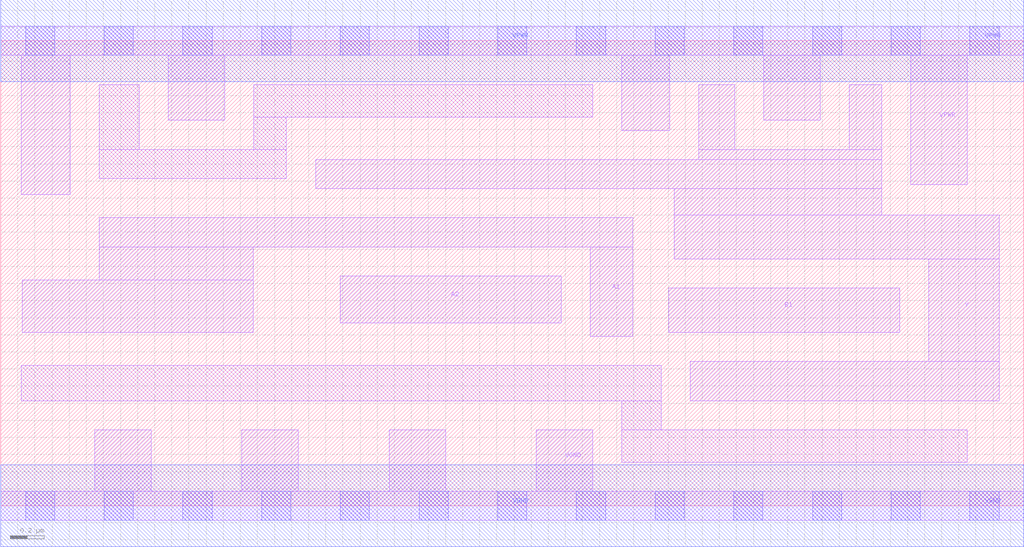
<source format=lef>
# Copyright 2020 The SkyWater PDK Authors
#
# Licensed under the Apache License, Version 2.0 (the "License");
# you may not use this file except in compliance with the License.
# You may obtain a copy of the License at
#
#     https://www.apache.org/licenses/LICENSE-2.0
#
# Unless required by applicable law or agreed to in writing, software
# distributed under the License is distributed on an "AS IS" BASIS,
# WITHOUT WARRANTIES OR CONDITIONS OF ANY KIND, either express or implied.
# See the License for the specific language governing permissions and
# limitations under the License.
#
# SPDX-License-Identifier: Apache-2.0

VERSION 5.7 ;
  NAMESCASESENSITIVE ON ;
  NOWIREEXTENSIONATPIN ON ;
  DIVIDERCHAR "/" ;
  BUSBITCHARS "[]" ;
UNITS
  DATABASE MICRONS 200 ;
END UNITS
MACRO sky130_fd_sc_hd__o21ai_4
  CLASS CORE ;
  SOURCE USER ;
  FOREIGN sky130_fd_sc_hd__o21ai_4 ;
  ORIGIN  0.000000  0.000000 ;
  SIZE  5.980000 BY  2.720000 ;
  SYMMETRY X Y R90 ;
  SITE unithd ;
  PIN A1
    ANTENNAGATEAREA  0.990000 ;
    DIRECTION INPUT ;
    USE SIGNAL ;
    PORT
      LAYER li1 ;
        RECT 0.125000 1.015000 1.475000 1.320000 ;
        RECT 0.575000 1.320000 1.475000 1.515000 ;
        RECT 0.575000 1.515000 3.695000 1.685000 ;
        RECT 3.445000 0.990000 3.695000 1.515000 ;
    END
  END A1
  PIN A2
    ANTENNAGATEAREA  0.990000 ;
    DIRECTION INPUT ;
    USE SIGNAL ;
    PORT
      LAYER li1 ;
        RECT 1.985000 1.070000 3.275000 1.345000 ;
    END
  END A2
  PIN B1
    ANTENNAGATEAREA  0.990000 ;
    DIRECTION INPUT ;
    USE SIGNAL ;
    PORT
      LAYER li1 ;
        RECT 3.905000 1.015000 5.255000 1.275000 ;
    END
  END B1
  PIN Y
    ANTENNADIFFAREA  1.484000 ;
    DIRECTION OUTPUT ;
    USE SIGNAL ;
    PORT
      LAYER li1 ;
        RECT 1.840000 1.855000 5.150000 2.025000 ;
        RECT 3.935000 1.445000 5.835000 1.700000 ;
        RECT 3.935000 1.700000 5.150000 1.855000 ;
        RECT 4.030000 0.615000 5.835000 0.845000 ;
        RECT 4.080000 2.025000 5.150000 2.085000 ;
        RECT 4.080000 2.085000 4.290000 2.465000 ;
        RECT 4.960000 2.085000 5.150000 2.465000 ;
        RECT 5.425000 0.845000 5.835000 1.445000 ;
    END
  END Y
  PIN VGND
    DIRECTION INOUT ;
    SHAPE ABUTMENT ;
    USE GROUND ;
    PORT
      LAYER li1 ;
        RECT 0.000000 -0.085000 5.980000 0.085000 ;
        RECT 0.550000  0.085000 0.880000 0.445000 ;
        RECT 1.410000  0.085000 1.740000 0.445000 ;
        RECT 2.270000  0.085000 2.600000 0.445000 ;
        RECT 3.130000  0.085000 3.460000 0.445000 ;
      LAYER mcon ;
        RECT 0.145000 -0.085000 0.315000 0.085000 ;
        RECT 0.605000 -0.085000 0.775000 0.085000 ;
        RECT 1.065000 -0.085000 1.235000 0.085000 ;
        RECT 1.525000 -0.085000 1.695000 0.085000 ;
        RECT 1.985000 -0.085000 2.155000 0.085000 ;
        RECT 2.445000 -0.085000 2.615000 0.085000 ;
        RECT 2.905000 -0.085000 3.075000 0.085000 ;
        RECT 3.365000 -0.085000 3.535000 0.085000 ;
        RECT 3.825000 -0.085000 3.995000 0.085000 ;
        RECT 4.285000 -0.085000 4.455000 0.085000 ;
        RECT 4.745000 -0.085000 4.915000 0.085000 ;
        RECT 5.205000 -0.085000 5.375000 0.085000 ;
        RECT 5.665000 -0.085000 5.835000 0.085000 ;
      LAYER met1 ;
        RECT 0.000000 -0.240000 5.980000 0.240000 ;
    END
  END VGND
  PIN VPWR
    DIRECTION INOUT ;
    SHAPE ABUTMENT ;
    USE POWER ;
    PORT
      LAYER li1 ;
        RECT 0.000000 2.635000 5.980000 2.805000 ;
        RECT 0.120000 1.820000 0.405000 2.635000 ;
        RECT 0.980000 2.255000 1.310000 2.635000 ;
        RECT 3.630000 2.195000 3.910000 2.635000 ;
        RECT 4.460000 2.255000 4.790000 2.635000 ;
        RECT 5.320000 1.880000 5.650000 2.635000 ;
      LAYER mcon ;
        RECT 0.145000 2.635000 0.315000 2.805000 ;
        RECT 0.605000 2.635000 0.775000 2.805000 ;
        RECT 1.065000 2.635000 1.235000 2.805000 ;
        RECT 1.525000 2.635000 1.695000 2.805000 ;
        RECT 1.985000 2.635000 2.155000 2.805000 ;
        RECT 2.445000 2.635000 2.615000 2.805000 ;
        RECT 2.905000 2.635000 3.075000 2.805000 ;
        RECT 3.365000 2.635000 3.535000 2.805000 ;
        RECT 3.825000 2.635000 3.995000 2.805000 ;
        RECT 4.285000 2.635000 4.455000 2.805000 ;
        RECT 4.745000 2.635000 4.915000 2.805000 ;
        RECT 5.205000 2.635000 5.375000 2.805000 ;
        RECT 5.665000 2.635000 5.835000 2.805000 ;
      LAYER met1 ;
        RECT 0.000000 2.480000 5.980000 2.960000 ;
    END
  END VPWR
  OBS
    LAYER li1 ;
      RECT 0.120000 0.615000 3.860000 0.820000 ;
      RECT 0.575000 1.915000 1.670000 2.085000 ;
      RECT 0.575000 2.085000 0.810000 2.465000 ;
      RECT 1.480000 2.085000 1.670000 2.275000 ;
      RECT 1.480000 2.275000 3.460000 2.465000 ;
      RECT 3.630000 0.255000 5.650000 0.445000 ;
      RECT 3.630000 0.445000 3.860000 0.615000 ;
  END
END sky130_fd_sc_hd__o21ai_4
END LIBRARY

</source>
